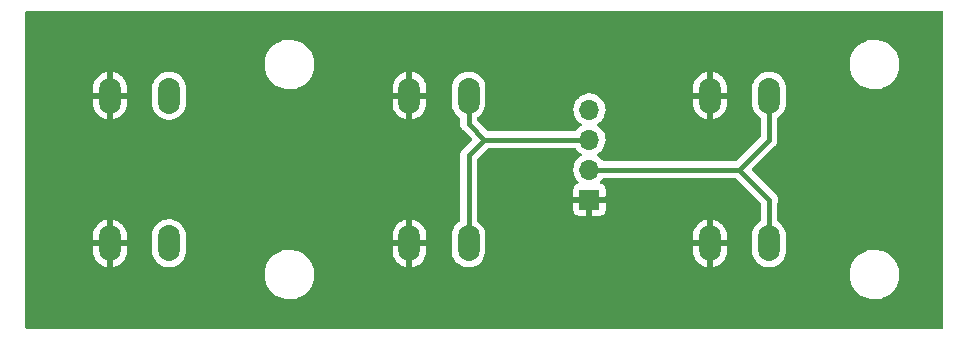
<source format=gbr>
%TF.GenerationSoftware,KiCad,Pcbnew,(6.0.2)*%
%TF.CreationDate,2022-03-25T16:36:57-07:00*%
%TF.ProjectId,buttons,62757474-6f6e-4732-9e6b-696361645f70,rev?*%
%TF.SameCoordinates,Original*%
%TF.FileFunction,Copper,L1,Top*%
%TF.FilePolarity,Positive*%
%FSLAX46Y46*%
G04 Gerber Fmt 4.6, Leading zero omitted, Abs format (unit mm)*
G04 Created by KiCad (PCBNEW (6.0.2)) date 2022-03-25 16:36:57*
%MOMM*%
%LPD*%
G01*
G04 APERTURE LIST*
%TA.AperFunction,ComponentPad*%
%ADD10O,1.850000X3.048000*%
%TD*%
%TA.AperFunction,ComponentPad*%
%ADD11R,1.700000X1.700000*%
%TD*%
%TA.AperFunction,ComponentPad*%
%ADD12O,1.700000X1.700000*%
%TD*%
%TA.AperFunction,Conductor*%
%ADD13C,0.406400*%
%TD*%
G04 APERTURE END LIST*
D10*
%TO.P,SW1,1,1*%
%TO.N,GND*%
X177840000Y-86250000D03*
X177840000Y-73750000D03*
%TO.P,SW1,2,2*%
%TO.N,/B1*%
X182840000Y-73750000D03*
X182840000Y-86250000D03*
%TD*%
%TO.P,SW3,1,1*%
%TO.N,GND*%
X127040000Y-86250000D03*
X127040000Y-73750000D03*
%TO.P,SW3,2,2*%
%TO.N,/B3*%
X132040000Y-86250000D03*
X132040000Y-73750000D03*
%TD*%
%TO.P,SW2,1,1*%
%TO.N,GND*%
X152400000Y-86250000D03*
X152400000Y-73750000D03*
%TO.P,SW2,2,2*%
%TO.N,/B2*%
X157400000Y-73750000D03*
X157400000Y-86250000D03*
%TD*%
D11*
%TO.P,J1,1,Pin_1*%
%TO.N,GND*%
X167640000Y-82550000D03*
D12*
%TO.P,J1,2,Pin_2*%
%TO.N,/B1*%
X167640000Y-80010000D03*
%TO.P,J1,3,Pin_3*%
%TO.N,/B2*%
X167640000Y-77470000D03*
%TO.P,J1,4,Pin_4*%
%TO.N,/B3*%
X167640000Y-74930000D03*
%TD*%
D13*
%TO.N,/B2*%
X158750000Y-77470000D02*
X167640000Y-77470000D01*
X157400000Y-78820000D02*
X158750000Y-77470000D01*
X157400000Y-86250000D02*
X157400000Y-78820000D01*
X157400000Y-76120000D02*
X157400000Y-73750000D01*
X158750000Y-77470000D02*
X157400000Y-76120000D01*
%TO.N,/B1*%
X182840000Y-77510000D02*
X180340000Y-80010000D01*
X182840000Y-73750000D02*
X182840000Y-77510000D01*
X182840000Y-82590000D02*
X182840000Y-86250000D01*
X182880000Y-82550000D02*
X182840000Y-82590000D01*
X180340000Y-80010000D02*
X182880000Y-82550000D01*
X167640000Y-80010000D02*
X180340000Y-80010000D01*
%TD*%
%TA.AperFunction,Conductor*%
%TO.N,GND*%
G36*
X197554121Y-66568002D02*
G01*
X197600614Y-66621658D01*
X197612000Y-66674000D01*
X197612000Y-93346000D01*
X197591998Y-93414121D01*
X197538342Y-93460614D01*
X197486000Y-93472000D01*
X120014000Y-93472000D01*
X119945879Y-93451998D01*
X119899386Y-93398342D01*
X119888000Y-93346000D01*
X119888000Y-89032703D01*
X140130743Y-89032703D01*
X140168268Y-89317734D01*
X140244129Y-89595036D01*
X140356923Y-89859476D01*
X140504561Y-90106161D01*
X140684313Y-90330528D01*
X140892851Y-90528423D01*
X141126317Y-90696186D01*
X141130112Y-90698195D01*
X141130113Y-90698196D01*
X141151869Y-90709715D01*
X141380392Y-90830712D01*
X141650373Y-90929511D01*
X141931264Y-90990755D01*
X141959841Y-90993004D01*
X142154282Y-91008307D01*
X142154291Y-91008307D01*
X142156739Y-91008500D01*
X142312271Y-91008500D01*
X142314407Y-91008354D01*
X142314418Y-91008354D01*
X142522548Y-90994165D01*
X142522554Y-90994164D01*
X142526825Y-90993873D01*
X142531020Y-90993004D01*
X142531022Y-90993004D01*
X142667584Y-90964723D01*
X142808342Y-90935574D01*
X143079343Y-90839607D01*
X143334812Y-90707750D01*
X143338313Y-90705289D01*
X143338317Y-90705287D01*
X143452418Y-90625095D01*
X143570023Y-90542441D01*
X143780622Y-90346740D01*
X143962713Y-90124268D01*
X144112927Y-89879142D01*
X144228483Y-89615898D01*
X144307244Y-89339406D01*
X144347751Y-89054784D01*
X144347845Y-89036951D01*
X144347867Y-89032703D01*
X189660743Y-89032703D01*
X189698268Y-89317734D01*
X189774129Y-89595036D01*
X189886923Y-89859476D01*
X190034561Y-90106161D01*
X190214313Y-90330528D01*
X190422851Y-90528423D01*
X190656317Y-90696186D01*
X190660112Y-90698195D01*
X190660113Y-90698196D01*
X190681869Y-90709715D01*
X190910392Y-90830712D01*
X191180373Y-90929511D01*
X191461264Y-90990755D01*
X191489841Y-90993004D01*
X191684282Y-91008307D01*
X191684291Y-91008307D01*
X191686739Y-91008500D01*
X191842271Y-91008500D01*
X191844407Y-91008354D01*
X191844418Y-91008354D01*
X192052548Y-90994165D01*
X192052554Y-90994164D01*
X192056825Y-90993873D01*
X192061020Y-90993004D01*
X192061022Y-90993004D01*
X192197584Y-90964723D01*
X192338342Y-90935574D01*
X192609343Y-90839607D01*
X192864812Y-90707750D01*
X192868313Y-90705289D01*
X192868317Y-90705287D01*
X192982418Y-90625095D01*
X193100023Y-90542441D01*
X193310622Y-90346740D01*
X193492713Y-90124268D01*
X193642927Y-89879142D01*
X193758483Y-89615898D01*
X193837244Y-89339406D01*
X193877751Y-89054784D01*
X193877845Y-89036951D01*
X193879235Y-88771583D01*
X193879235Y-88771576D01*
X193879257Y-88767297D01*
X193841732Y-88482266D01*
X193765871Y-88204964D01*
X193705348Y-88063070D01*
X193654763Y-87944476D01*
X193654761Y-87944472D01*
X193653077Y-87940524D01*
X193538834Y-87749638D01*
X193507643Y-87697521D01*
X193507640Y-87697517D01*
X193505439Y-87693839D01*
X193325687Y-87469472D01*
X193155044Y-87307538D01*
X193120258Y-87274527D01*
X193120255Y-87274525D01*
X193117149Y-87271577D01*
X192883683Y-87103814D01*
X192861843Y-87092250D01*
X192836226Y-87078687D01*
X192629608Y-86969288D01*
X192464199Y-86908757D01*
X192363658Y-86871964D01*
X192363656Y-86871963D01*
X192359627Y-86870489D01*
X192078736Y-86809245D01*
X192047685Y-86806801D01*
X191855718Y-86791693D01*
X191855709Y-86791693D01*
X191853261Y-86791500D01*
X191697729Y-86791500D01*
X191695593Y-86791646D01*
X191695582Y-86791646D01*
X191487452Y-86805835D01*
X191487446Y-86805836D01*
X191483175Y-86806127D01*
X191478980Y-86806996D01*
X191478978Y-86806996D01*
X191342416Y-86835277D01*
X191201658Y-86864426D01*
X190930657Y-86960393D01*
X190675188Y-87092250D01*
X190671687Y-87094711D01*
X190671683Y-87094713D01*
X190630702Y-87123515D01*
X190439977Y-87257559D01*
X190229378Y-87453260D01*
X190047287Y-87675732D01*
X189897073Y-87920858D01*
X189895347Y-87924791D01*
X189895346Y-87924792D01*
X189894049Y-87927747D01*
X189781517Y-88184102D01*
X189780342Y-88188229D01*
X189780341Y-88188230D01*
X189754165Y-88280123D01*
X189702756Y-88460594D01*
X189662249Y-88745216D01*
X189662227Y-88749505D01*
X189662226Y-88749512D01*
X189660765Y-89028417D01*
X189660743Y-89032703D01*
X144347867Y-89032703D01*
X144349235Y-88771583D01*
X144349235Y-88771576D01*
X144349257Y-88767297D01*
X144311732Y-88482266D01*
X144235871Y-88204964D01*
X144175348Y-88063070D01*
X144124763Y-87944476D01*
X144124761Y-87944472D01*
X144123077Y-87940524D01*
X144008834Y-87749638D01*
X143977643Y-87697521D01*
X143977640Y-87697517D01*
X143975439Y-87693839D01*
X143795687Y-87469472D01*
X143625044Y-87307538D01*
X143590258Y-87274527D01*
X143590255Y-87274525D01*
X143587149Y-87271577D01*
X143353683Y-87103814D01*
X143331843Y-87092250D01*
X143306226Y-87078687D01*
X143099608Y-86969288D01*
X142934199Y-86908757D01*
X142927061Y-86906145D01*
X150967000Y-86906145D01*
X150967212Y-86911318D01*
X150980973Y-87078687D01*
X150982658Y-87088867D01*
X151037544Y-87307377D01*
X151040864Y-87317128D01*
X151130704Y-87523749D01*
X151135570Y-87532824D01*
X151257948Y-87721990D01*
X151264240Y-87730161D01*
X151415869Y-87896800D01*
X151423402Y-87903825D01*
X151600218Y-88043466D01*
X151608791Y-88049162D01*
X151806045Y-88158052D01*
X151815440Y-88162273D01*
X152027820Y-88237481D01*
X152037783Y-88240113D01*
X152128163Y-88256212D01*
X152141460Y-88254752D01*
X152145508Y-88241774D01*
X152654000Y-88241774D01*
X152657918Y-88255118D01*
X152672194Y-88257105D01*
X152728121Y-88248547D01*
X152738146Y-88246159D01*
X152952295Y-88176164D01*
X152961804Y-88172167D01*
X153161640Y-88068139D01*
X153170365Y-88062645D01*
X153350532Y-87927372D01*
X153358239Y-87920529D01*
X153513896Y-87757644D01*
X153520379Y-87749638D01*
X153647343Y-87563515D01*
X153652432Y-87554556D01*
X153747294Y-87350193D01*
X153750851Y-87340525D01*
X153811060Y-87123420D01*
X153812991Y-87113301D01*
X153832644Y-86929405D01*
X153833000Y-86922713D01*
X153833000Y-86908757D01*
X155966500Y-86908757D01*
X155966711Y-86911318D01*
X155966712Y-86911341D01*
X155980478Y-87078779D01*
X155980479Y-87078785D01*
X155980902Y-87083930D01*
X156038327Y-87312551D01*
X156132322Y-87528723D01*
X156260360Y-87726641D01*
X156263839Y-87730464D01*
X156263841Y-87730467D01*
X156288858Y-87757960D01*
X156419005Y-87900989D01*
X156423056Y-87904188D01*
X156423060Y-87904192D01*
X156599939Y-88043883D01*
X156599943Y-88043885D01*
X156603994Y-88047085D01*
X156810361Y-88161005D01*
X156815230Y-88162729D01*
X156815234Y-88162731D01*
X157027689Y-88237965D01*
X157027693Y-88237966D01*
X157032564Y-88239691D01*
X157037657Y-88240598D01*
X157037660Y-88240599D01*
X157259544Y-88280123D01*
X157259550Y-88280124D01*
X157264633Y-88281029D01*
X157355477Y-88282139D01*
X157495170Y-88283846D01*
X157495172Y-88283846D01*
X157500339Y-88283909D01*
X157733349Y-88248253D01*
X157957407Y-88175020D01*
X158166496Y-88066175D01*
X158170629Y-88063072D01*
X158170632Y-88063070D01*
X158350865Y-87927747D01*
X158350868Y-87927745D01*
X158355000Y-87924642D01*
X158517857Y-87754223D01*
X158650693Y-87559492D01*
X158652869Y-87554805D01*
X158747764Y-87350372D01*
X158747766Y-87350367D01*
X158749941Y-87345681D01*
X158812935Y-87118532D01*
X158828885Y-86969288D01*
X158833144Y-86929437D01*
X158833144Y-86929429D01*
X158833500Y-86926102D01*
X158833500Y-86906145D01*
X176407000Y-86906145D01*
X176407212Y-86911318D01*
X176420973Y-87078687D01*
X176422658Y-87088867D01*
X176477544Y-87307377D01*
X176480864Y-87317128D01*
X176570704Y-87523749D01*
X176575570Y-87532824D01*
X176697948Y-87721990D01*
X176704240Y-87730161D01*
X176855869Y-87896800D01*
X176863402Y-87903825D01*
X177040218Y-88043466D01*
X177048791Y-88049162D01*
X177246045Y-88158052D01*
X177255440Y-88162273D01*
X177467820Y-88237481D01*
X177477783Y-88240113D01*
X177568163Y-88256212D01*
X177581460Y-88254752D01*
X177585508Y-88241774D01*
X178094000Y-88241774D01*
X178097918Y-88255118D01*
X178112194Y-88257105D01*
X178168121Y-88248547D01*
X178178146Y-88246159D01*
X178392295Y-88176164D01*
X178401804Y-88172167D01*
X178601640Y-88068139D01*
X178610365Y-88062645D01*
X178790532Y-87927372D01*
X178798239Y-87920529D01*
X178953896Y-87757644D01*
X178960379Y-87749638D01*
X179087343Y-87563515D01*
X179092432Y-87554556D01*
X179187294Y-87350193D01*
X179190851Y-87340525D01*
X179251060Y-87123420D01*
X179252991Y-87113301D01*
X179272644Y-86929405D01*
X179273000Y-86922713D01*
X179273000Y-86522115D01*
X179268525Y-86506876D01*
X179267135Y-86505671D01*
X179259452Y-86504000D01*
X178112115Y-86504000D01*
X178096876Y-86508475D01*
X178095671Y-86509865D01*
X178094000Y-86517548D01*
X178094000Y-88241774D01*
X177585508Y-88241774D01*
X177586000Y-88240197D01*
X177586000Y-86522115D01*
X177581525Y-86506876D01*
X177580135Y-86505671D01*
X177572452Y-86504000D01*
X176425115Y-86504000D01*
X176409876Y-86508475D01*
X176408671Y-86509865D01*
X176407000Y-86517548D01*
X176407000Y-86906145D01*
X158833500Y-86906145D01*
X158833500Y-85977885D01*
X176407000Y-85977885D01*
X176411475Y-85993124D01*
X176412865Y-85994329D01*
X176420548Y-85996000D01*
X177567885Y-85996000D01*
X177583124Y-85991525D01*
X177584329Y-85990135D01*
X177586000Y-85982452D01*
X177586000Y-85977885D01*
X178094000Y-85977885D01*
X178098475Y-85993124D01*
X178099865Y-85994329D01*
X178107548Y-85996000D01*
X179254885Y-85996000D01*
X179270124Y-85991525D01*
X179271329Y-85990135D01*
X179273000Y-85982452D01*
X179273000Y-85593855D01*
X179272788Y-85588682D01*
X179259027Y-85421313D01*
X179257342Y-85411133D01*
X179202456Y-85192623D01*
X179199136Y-85182872D01*
X179109296Y-84976251D01*
X179104430Y-84967176D01*
X178982052Y-84778010D01*
X178975760Y-84769839D01*
X178824131Y-84603200D01*
X178816598Y-84596175D01*
X178639782Y-84456534D01*
X178631209Y-84450838D01*
X178433955Y-84341948D01*
X178424560Y-84337727D01*
X178212180Y-84262519D01*
X178202217Y-84259887D01*
X178111837Y-84243788D01*
X178098540Y-84245248D01*
X178094000Y-84259803D01*
X178094000Y-85977885D01*
X177586000Y-85977885D01*
X177586000Y-84258226D01*
X177582082Y-84244882D01*
X177567806Y-84242895D01*
X177511879Y-84251453D01*
X177501854Y-84253841D01*
X177287705Y-84323836D01*
X177278196Y-84327833D01*
X177078360Y-84431861D01*
X177069635Y-84437355D01*
X176889468Y-84572628D01*
X176881761Y-84579471D01*
X176726104Y-84742356D01*
X176719621Y-84750362D01*
X176592657Y-84936485D01*
X176587568Y-84945444D01*
X176492706Y-85149807D01*
X176489149Y-85159475D01*
X176428940Y-85376580D01*
X176427009Y-85386699D01*
X176407356Y-85570595D01*
X176407000Y-85577287D01*
X176407000Y-85977885D01*
X158833500Y-85977885D01*
X158833500Y-85591243D01*
X158832074Y-85573898D01*
X158819522Y-85421221D01*
X158819521Y-85421215D01*
X158819098Y-85416070D01*
X158761673Y-85187449D01*
X158667678Y-84971277D01*
X158539640Y-84773359D01*
X158518715Y-84750362D01*
X158384473Y-84602833D01*
X158384471Y-84602832D01*
X158380995Y-84599011D01*
X158376944Y-84595812D01*
X158376940Y-84595808D01*
X158200061Y-84456117D01*
X158200057Y-84456115D01*
X158196006Y-84452915D01*
X158176806Y-84442316D01*
X158126837Y-84391886D01*
X158111700Y-84332008D01*
X158111700Y-83444669D01*
X166282001Y-83444669D01*
X166282371Y-83451490D01*
X166287895Y-83502352D01*
X166291521Y-83517604D01*
X166336676Y-83638054D01*
X166345214Y-83653649D01*
X166421715Y-83755724D01*
X166434276Y-83768285D01*
X166536351Y-83844786D01*
X166551946Y-83853324D01*
X166672394Y-83898478D01*
X166687649Y-83902105D01*
X166738514Y-83907631D01*
X166745328Y-83908000D01*
X167367885Y-83908000D01*
X167383124Y-83903525D01*
X167384329Y-83902135D01*
X167386000Y-83894452D01*
X167386000Y-83889884D01*
X167894000Y-83889884D01*
X167898475Y-83905123D01*
X167899865Y-83906328D01*
X167907548Y-83907999D01*
X168534669Y-83907999D01*
X168541490Y-83907629D01*
X168592352Y-83902105D01*
X168607604Y-83898479D01*
X168728054Y-83853324D01*
X168743649Y-83844786D01*
X168845724Y-83768285D01*
X168858285Y-83755724D01*
X168934786Y-83653649D01*
X168943324Y-83638054D01*
X168988478Y-83517606D01*
X168992105Y-83502351D01*
X168997631Y-83451486D01*
X168998000Y-83444672D01*
X168998000Y-82822115D01*
X168993525Y-82806876D01*
X168992135Y-82805671D01*
X168984452Y-82804000D01*
X167912115Y-82804000D01*
X167896876Y-82808475D01*
X167895671Y-82809865D01*
X167894000Y-82817548D01*
X167894000Y-83889884D01*
X167386000Y-83889884D01*
X167386000Y-82822115D01*
X167381525Y-82806876D01*
X167380135Y-82805671D01*
X167372452Y-82804000D01*
X166300116Y-82804000D01*
X166284877Y-82808475D01*
X166283672Y-82809865D01*
X166282001Y-82817548D01*
X166282001Y-83444669D01*
X158111700Y-83444669D01*
X158111700Y-79166986D01*
X158131702Y-79098865D01*
X158148605Y-79077890D01*
X159007892Y-78218604D01*
X159070204Y-78184579D01*
X159096987Y-78181700D01*
X166412195Y-78181700D01*
X166480316Y-78201702D01*
X166519628Y-78241865D01*
X166539987Y-78275088D01*
X166686250Y-78443938D01*
X166858126Y-78586632D01*
X166907247Y-78615336D01*
X166931445Y-78629476D01*
X166980169Y-78681114D01*
X166993240Y-78750897D01*
X166966509Y-78816669D01*
X166926055Y-78850027D01*
X166913607Y-78856507D01*
X166909474Y-78859610D01*
X166909471Y-78859612D01*
X166885247Y-78877800D01*
X166734965Y-78990635D01*
X166580629Y-79152138D01*
X166454743Y-79336680D01*
X166360688Y-79539305D01*
X166300989Y-79754570D01*
X166277251Y-79976695D01*
X166277548Y-79981848D01*
X166277548Y-79981851D01*
X166284308Y-80099095D01*
X166290110Y-80199715D01*
X166291247Y-80204761D01*
X166291248Y-80204767D01*
X166315304Y-80311508D01*
X166339222Y-80417639D01*
X166423266Y-80624616D01*
X166425965Y-80629020D01*
X166488168Y-80730526D01*
X166539987Y-80815088D01*
X166686250Y-80983938D01*
X166690225Y-80987238D01*
X166690231Y-80987244D01*
X166695425Y-80991556D01*
X166735059Y-81050460D01*
X166736555Y-81121441D01*
X166699439Y-81181962D01*
X166659168Y-81206480D01*
X166551946Y-81246676D01*
X166536351Y-81255214D01*
X166434276Y-81331715D01*
X166421715Y-81344276D01*
X166345214Y-81446351D01*
X166336676Y-81461946D01*
X166291522Y-81582394D01*
X166287895Y-81597649D01*
X166282369Y-81648514D01*
X166282000Y-81655328D01*
X166282000Y-82277885D01*
X166286475Y-82293124D01*
X166287865Y-82294329D01*
X166295548Y-82296000D01*
X168979884Y-82296000D01*
X168995123Y-82291525D01*
X168996328Y-82290135D01*
X168997999Y-82282452D01*
X168997999Y-81655331D01*
X168997629Y-81648510D01*
X168992105Y-81597648D01*
X168988479Y-81582396D01*
X168943324Y-81461946D01*
X168934786Y-81446351D01*
X168858285Y-81344276D01*
X168845724Y-81331715D01*
X168743649Y-81255214D01*
X168728054Y-81246676D01*
X168617813Y-81205348D01*
X168561049Y-81162706D01*
X168536349Y-81096145D01*
X168551557Y-81026796D01*
X168573104Y-80998115D01*
X168674430Y-80897144D01*
X168674440Y-80897132D01*
X168678096Y-80893489D01*
X168734433Y-80815088D01*
X168763832Y-80774174D01*
X168819827Y-80730526D01*
X168866155Y-80721700D01*
X179993015Y-80721700D01*
X180061136Y-80741702D01*
X180082110Y-80758605D01*
X182091395Y-82767891D01*
X182125421Y-82830203D01*
X182128300Y-82856986D01*
X182128300Y-84330263D01*
X182108298Y-84398384D01*
X182073089Y-84433272D01*
X182073504Y-84433825D01*
X182069371Y-84436928D01*
X182069368Y-84436930D01*
X182043258Y-84456534D01*
X181885000Y-84575358D01*
X181722143Y-84745777D01*
X181589307Y-84940508D01*
X181587133Y-84945192D01*
X181587131Y-84945195D01*
X181572716Y-84976251D01*
X181490059Y-85154319D01*
X181427065Y-85381468D01*
X181406500Y-85573898D01*
X181406500Y-86908757D01*
X181406711Y-86911318D01*
X181406712Y-86911341D01*
X181420478Y-87078779D01*
X181420479Y-87078785D01*
X181420902Y-87083930D01*
X181478327Y-87312551D01*
X181572322Y-87528723D01*
X181700360Y-87726641D01*
X181703839Y-87730464D01*
X181703841Y-87730467D01*
X181728858Y-87757960D01*
X181859005Y-87900989D01*
X181863056Y-87904188D01*
X181863060Y-87904192D01*
X182039939Y-88043883D01*
X182039943Y-88043885D01*
X182043994Y-88047085D01*
X182250361Y-88161005D01*
X182255230Y-88162729D01*
X182255234Y-88162731D01*
X182467689Y-88237965D01*
X182467693Y-88237966D01*
X182472564Y-88239691D01*
X182477657Y-88240598D01*
X182477660Y-88240599D01*
X182699544Y-88280123D01*
X182699550Y-88280124D01*
X182704633Y-88281029D01*
X182795477Y-88282139D01*
X182935170Y-88283846D01*
X182935172Y-88283846D01*
X182940339Y-88283909D01*
X183173349Y-88248253D01*
X183397407Y-88175020D01*
X183606496Y-88066175D01*
X183610629Y-88063072D01*
X183610632Y-88063070D01*
X183790865Y-87927747D01*
X183790868Y-87927745D01*
X183795000Y-87924642D01*
X183957857Y-87754223D01*
X184090693Y-87559492D01*
X184092869Y-87554805D01*
X184187764Y-87350372D01*
X184187766Y-87350367D01*
X184189941Y-87345681D01*
X184252935Y-87118532D01*
X184268885Y-86969288D01*
X184273144Y-86929437D01*
X184273144Y-86929429D01*
X184273500Y-86926102D01*
X184273500Y-85591243D01*
X184272074Y-85573898D01*
X184259522Y-85421221D01*
X184259521Y-85421215D01*
X184259098Y-85416070D01*
X184201673Y-85187449D01*
X184107678Y-84971277D01*
X183979640Y-84773359D01*
X183958715Y-84750362D01*
X183824473Y-84602833D01*
X183824471Y-84602832D01*
X183820995Y-84599011D01*
X183816944Y-84595812D01*
X183816940Y-84595808D01*
X183640061Y-84456117D01*
X183640057Y-84456115D01*
X183636006Y-84452915D01*
X183616806Y-84442316D01*
X183566837Y-84391886D01*
X183551700Y-84332008D01*
X183551700Y-82819024D01*
X183560304Y-82779058D01*
X183558722Y-82778562D01*
X183560992Y-82771317D01*
X183564120Y-82764390D01*
X183570210Y-82731528D01*
X183574065Y-82716182D01*
X183581919Y-82691574D01*
X183581919Y-82691571D01*
X183584228Y-82684338D01*
X183586801Y-82646600D01*
X183588619Y-82632210D01*
X183594128Y-82602485D01*
X183594128Y-82602482D01*
X183595512Y-82595016D01*
X183593588Y-82561646D01*
X183593671Y-82545826D01*
X183595428Y-82520056D01*
X183595945Y-82512478D01*
X183594639Y-82504998D01*
X183594639Y-82504992D01*
X183589442Y-82475220D01*
X183587774Y-82460807D01*
X183586034Y-82430628D01*
X183585597Y-82423043D01*
X183583364Y-82415785D01*
X183583363Y-82415779D01*
X183575767Y-82391088D01*
X183572074Y-82375706D01*
X183567634Y-82350269D01*
X183567632Y-82350263D01*
X183566327Y-82342785D01*
X183563276Y-82335835D01*
X183563275Y-82335831D01*
X183551129Y-82308162D01*
X183546072Y-82294565D01*
X183534946Y-82258399D01*
X183517768Y-82229697D01*
X183510518Y-82215648D01*
X183500143Y-82192013D01*
X183500142Y-82192012D01*
X183497088Y-82185054D01*
X183474067Y-82155052D01*
X183465914Y-82143055D01*
X183450386Y-82117110D01*
X183446484Y-82110590D01*
X183418129Y-82081937D01*
X183417195Y-82080935D01*
X183416420Y-82079924D01*
X183389690Y-82053194D01*
X183389224Y-82052727D01*
X183328425Y-81991287D01*
X183328419Y-81991282D01*
X183325318Y-81988148D01*
X183323984Y-81987331D01*
X183322539Y-81986043D01*
X181435591Y-80099095D01*
X181401565Y-80036783D01*
X181406630Y-79965968D01*
X181435591Y-79920905D01*
X183322716Y-78033780D01*
X183328982Y-78027926D01*
X183367059Y-77994710D01*
X183367061Y-77994708D01*
X183372781Y-77989718D01*
X183409691Y-77937199D01*
X183413625Y-77931902D01*
X183448546Y-77887366D01*
X183448550Y-77887360D01*
X183453233Y-77881387D01*
X183456358Y-77874466D01*
X183457572Y-77872461D01*
X183466342Y-77857087D01*
X183467460Y-77855001D01*
X183471830Y-77848784D01*
X183495149Y-77788974D01*
X183497705Y-77782892D01*
X183524120Y-77724390D01*
X183525504Y-77716921D01*
X183526212Y-77714663D01*
X183531062Y-77697634D01*
X183531643Y-77695370D01*
X183534403Y-77688292D01*
X183542786Y-77624621D01*
X183543812Y-77618146D01*
X183555512Y-77555016D01*
X183551909Y-77492529D01*
X183551700Y-77485277D01*
X183551700Y-75669737D01*
X183571702Y-75601616D01*
X183606911Y-75566728D01*
X183606496Y-75566175D01*
X183610512Y-75563160D01*
X183610513Y-75563159D01*
X183610629Y-75563072D01*
X183610632Y-75563070D01*
X183790865Y-75427747D01*
X183790868Y-75427745D01*
X183795000Y-75424642D01*
X183957857Y-75254223D01*
X184090693Y-75059492D01*
X184092869Y-75054805D01*
X184187764Y-74850372D01*
X184187766Y-74850367D01*
X184189941Y-74845681D01*
X184252935Y-74618532D01*
X184269952Y-74459305D01*
X184273144Y-74429437D01*
X184273144Y-74429429D01*
X184273500Y-74426102D01*
X184273500Y-73091243D01*
X184272074Y-73073898D01*
X184259522Y-72921221D01*
X184259521Y-72921215D01*
X184259098Y-72916070D01*
X184201673Y-72687449D01*
X184107678Y-72471277D01*
X183979640Y-72273359D01*
X183958715Y-72250362D01*
X183824473Y-72102833D01*
X183824471Y-72102832D01*
X183820995Y-72099011D01*
X183816944Y-72095812D01*
X183816940Y-72095808D01*
X183640061Y-71956117D01*
X183640057Y-71956115D01*
X183636006Y-71952915D01*
X183429639Y-71838995D01*
X183424770Y-71837271D01*
X183424766Y-71837269D01*
X183212311Y-71762035D01*
X183212307Y-71762034D01*
X183207436Y-71760309D01*
X183202343Y-71759402D01*
X183202340Y-71759401D01*
X182980456Y-71719877D01*
X182980450Y-71719876D01*
X182975367Y-71718971D01*
X182884523Y-71717861D01*
X182744830Y-71716154D01*
X182744828Y-71716154D01*
X182739661Y-71716091D01*
X182506651Y-71751747D01*
X182282593Y-71824980D01*
X182073504Y-71933825D01*
X182069371Y-71936928D01*
X182069368Y-71936930D01*
X182043258Y-71956534D01*
X181885000Y-72075358D01*
X181722143Y-72245777D01*
X181589307Y-72440508D01*
X181587133Y-72445192D01*
X181587131Y-72445195D01*
X181530712Y-72566740D01*
X181490059Y-72654319D01*
X181427065Y-72881468D01*
X181426516Y-72886605D01*
X181409193Y-73048701D01*
X181406500Y-73073898D01*
X181406500Y-74408757D01*
X181406711Y-74411318D01*
X181406712Y-74411341D01*
X181420478Y-74578779D01*
X181420479Y-74578785D01*
X181420902Y-74583930D01*
X181478327Y-74812551D01*
X181572322Y-75028723D01*
X181700360Y-75226641D01*
X181703839Y-75230464D01*
X181703841Y-75230467D01*
X181855193Y-75396800D01*
X181859005Y-75400989D01*
X181863056Y-75404188D01*
X181863060Y-75404192D01*
X182039939Y-75543883D01*
X182039943Y-75543885D01*
X182043994Y-75547085D01*
X182063194Y-75557684D01*
X182113163Y-75608114D01*
X182128300Y-75667992D01*
X182128300Y-77163015D01*
X182108298Y-77231136D01*
X182091395Y-77252110D01*
X180082109Y-79261395D01*
X180019797Y-79295421D01*
X179993014Y-79298300D01*
X168866215Y-79298300D01*
X168798094Y-79278298D01*
X168760423Y-79240740D01*
X168722822Y-79182617D01*
X168722820Y-79182614D01*
X168720014Y-79178277D01*
X168569670Y-79013051D01*
X168565619Y-79009852D01*
X168565615Y-79009848D01*
X168398414Y-78877800D01*
X168398410Y-78877798D01*
X168394359Y-78874598D01*
X168353053Y-78851796D01*
X168303084Y-78801364D01*
X168288312Y-78731921D01*
X168313428Y-78665516D01*
X168340780Y-78638909D01*
X168387465Y-78605609D01*
X168519860Y-78511173D01*
X168678096Y-78353489D01*
X168737594Y-78270689D01*
X168805435Y-78176277D01*
X168808453Y-78172077D01*
X168879697Y-78027926D01*
X168905136Y-77976453D01*
X168905137Y-77976451D01*
X168907430Y-77971811D01*
X168962980Y-77788974D01*
X168970865Y-77763023D01*
X168970865Y-77763021D01*
X168972370Y-77758069D01*
X169001529Y-77536590D01*
X169003156Y-77470000D01*
X168984852Y-77247361D01*
X168930431Y-77030702D01*
X168841354Y-76825840D01*
X168784721Y-76738298D01*
X168722822Y-76642617D01*
X168722820Y-76642614D01*
X168720014Y-76638277D01*
X168569670Y-76473051D01*
X168565619Y-76469852D01*
X168565615Y-76469848D01*
X168398414Y-76337800D01*
X168398410Y-76337798D01*
X168394359Y-76334598D01*
X168353053Y-76311796D01*
X168303084Y-76261364D01*
X168288312Y-76191921D01*
X168313428Y-76125516D01*
X168340780Y-76098909D01*
X168384603Y-76067650D01*
X168519860Y-75971173D01*
X168678096Y-75813489D01*
X168701376Y-75781092D01*
X168805435Y-75636277D01*
X168808453Y-75632077D01*
X168840751Y-75566728D01*
X168905136Y-75436453D01*
X168905137Y-75436451D01*
X168907430Y-75431811D01*
X168972370Y-75218069D01*
X169001529Y-74996590D01*
X169003156Y-74930000D01*
X168984852Y-74707361D01*
X168930431Y-74490702D01*
X168893664Y-74406145D01*
X176407000Y-74406145D01*
X176407212Y-74411318D01*
X176420973Y-74578687D01*
X176422658Y-74588867D01*
X176477544Y-74807377D01*
X176480864Y-74817128D01*
X176570704Y-75023749D01*
X176575570Y-75032824D01*
X176697948Y-75221990D01*
X176704240Y-75230161D01*
X176855869Y-75396800D01*
X176863402Y-75403825D01*
X177040218Y-75543466D01*
X177048791Y-75549162D01*
X177246045Y-75658052D01*
X177255440Y-75662273D01*
X177467820Y-75737481D01*
X177477783Y-75740113D01*
X177568163Y-75756212D01*
X177581460Y-75754752D01*
X177585508Y-75741774D01*
X178094000Y-75741774D01*
X178097918Y-75755118D01*
X178112194Y-75757105D01*
X178168121Y-75748547D01*
X178178146Y-75746159D01*
X178392295Y-75676164D01*
X178401804Y-75672167D01*
X178601640Y-75568139D01*
X178610365Y-75562645D01*
X178790532Y-75427372D01*
X178798239Y-75420529D01*
X178953896Y-75257644D01*
X178960379Y-75249638D01*
X179087343Y-75063515D01*
X179092432Y-75054556D01*
X179187294Y-74850193D01*
X179190851Y-74840525D01*
X179251060Y-74623420D01*
X179252991Y-74613301D01*
X179272644Y-74429405D01*
X179273000Y-74422713D01*
X179273000Y-74022115D01*
X179268525Y-74006876D01*
X179267135Y-74005671D01*
X179259452Y-74004000D01*
X178112115Y-74004000D01*
X178096876Y-74008475D01*
X178095671Y-74009865D01*
X178094000Y-74017548D01*
X178094000Y-75741774D01*
X177585508Y-75741774D01*
X177586000Y-75740197D01*
X177586000Y-74022115D01*
X177581525Y-74006876D01*
X177580135Y-74005671D01*
X177572452Y-74004000D01*
X176425115Y-74004000D01*
X176409876Y-74008475D01*
X176408671Y-74009865D01*
X176407000Y-74017548D01*
X176407000Y-74406145D01*
X168893664Y-74406145D01*
X168841354Y-74285840D01*
X168720014Y-74098277D01*
X168569670Y-73933051D01*
X168565619Y-73929852D01*
X168565615Y-73929848D01*
X168398414Y-73797800D01*
X168398410Y-73797798D01*
X168394359Y-73794598D01*
X168198789Y-73686638D01*
X168193920Y-73684914D01*
X168193916Y-73684912D01*
X167993087Y-73613795D01*
X167993083Y-73613794D01*
X167988212Y-73612069D01*
X167983119Y-73611162D01*
X167983116Y-73611161D01*
X167773373Y-73573800D01*
X167773367Y-73573799D01*
X167768284Y-73572894D01*
X167694452Y-73571992D01*
X167550081Y-73570228D01*
X167550079Y-73570228D01*
X167544911Y-73570165D01*
X167324091Y-73603955D01*
X167111756Y-73673357D01*
X166913607Y-73776507D01*
X166909474Y-73779610D01*
X166909471Y-73779612D01*
X166885247Y-73797800D01*
X166734965Y-73910635D01*
X166731393Y-73914373D01*
X166640139Y-74009865D01*
X166580629Y-74072138D01*
X166454743Y-74256680D01*
X166439003Y-74290590D01*
X166377659Y-74422745D01*
X166360688Y-74459305D01*
X166300989Y-74674570D01*
X166277251Y-74896695D01*
X166277548Y-74901848D01*
X166277548Y-74901851D01*
X166289812Y-75114547D01*
X166290110Y-75119715D01*
X166291247Y-75124761D01*
X166291248Y-75124767D01*
X166311119Y-75212939D01*
X166339222Y-75337639D01*
X166423266Y-75544616D01*
X166539987Y-75735088D01*
X166686250Y-75903938D01*
X166858126Y-76046632D01*
X166928595Y-76087811D01*
X166931445Y-76089476D01*
X166980169Y-76141114D01*
X166993240Y-76210897D01*
X166966509Y-76276669D01*
X166926055Y-76310027D01*
X166913607Y-76316507D01*
X166909474Y-76319610D01*
X166909471Y-76319612D01*
X166739100Y-76447530D01*
X166734965Y-76450635D01*
X166580629Y-76612138D01*
X166518438Y-76703306D01*
X166463529Y-76748307D01*
X166414352Y-76758300D01*
X159096986Y-76758300D01*
X159028865Y-76738298D01*
X159007891Y-76721395D01*
X158148605Y-75862109D01*
X158114579Y-75799797D01*
X158111700Y-75773014D01*
X158111700Y-75669737D01*
X158131702Y-75601616D01*
X158166911Y-75566728D01*
X158166496Y-75566175D01*
X158170512Y-75563160D01*
X158170513Y-75563159D01*
X158170629Y-75563072D01*
X158170632Y-75563070D01*
X158350865Y-75427747D01*
X158350868Y-75427745D01*
X158355000Y-75424642D01*
X158517857Y-75254223D01*
X158650693Y-75059492D01*
X158652869Y-75054805D01*
X158747764Y-74850372D01*
X158747766Y-74850367D01*
X158749941Y-74845681D01*
X158812935Y-74618532D01*
X158829952Y-74459305D01*
X158833144Y-74429437D01*
X158833144Y-74429429D01*
X158833500Y-74426102D01*
X158833500Y-73477885D01*
X176407000Y-73477885D01*
X176411475Y-73493124D01*
X176412865Y-73494329D01*
X176420548Y-73496000D01*
X177567885Y-73496000D01*
X177583124Y-73491525D01*
X177584329Y-73490135D01*
X177586000Y-73482452D01*
X177586000Y-73477885D01*
X178094000Y-73477885D01*
X178098475Y-73493124D01*
X178099865Y-73494329D01*
X178107548Y-73496000D01*
X179254885Y-73496000D01*
X179270124Y-73491525D01*
X179271329Y-73490135D01*
X179273000Y-73482452D01*
X179273000Y-73093855D01*
X179272788Y-73088682D01*
X179259027Y-72921313D01*
X179257342Y-72911133D01*
X179202456Y-72692623D01*
X179199136Y-72682872D01*
X179109296Y-72476251D01*
X179104430Y-72467176D01*
X178982052Y-72278010D01*
X178975760Y-72269839D01*
X178824131Y-72103200D01*
X178816598Y-72096175D01*
X178639782Y-71956534D01*
X178631209Y-71950838D01*
X178433955Y-71841948D01*
X178424560Y-71837727D01*
X178212180Y-71762519D01*
X178202217Y-71759887D01*
X178111837Y-71743788D01*
X178098540Y-71745248D01*
X178094000Y-71759803D01*
X178094000Y-73477885D01*
X177586000Y-73477885D01*
X177586000Y-71758226D01*
X177582082Y-71744882D01*
X177567806Y-71742895D01*
X177511879Y-71751453D01*
X177501854Y-71753841D01*
X177287705Y-71823836D01*
X177278196Y-71827833D01*
X177078360Y-71931861D01*
X177069635Y-71937355D01*
X176889468Y-72072628D01*
X176881761Y-72079471D01*
X176726104Y-72242356D01*
X176719621Y-72250362D01*
X176592657Y-72436485D01*
X176587568Y-72445444D01*
X176492706Y-72649807D01*
X176489149Y-72659475D01*
X176428940Y-72876580D01*
X176427009Y-72886699D01*
X176407356Y-73070595D01*
X176407000Y-73077287D01*
X176407000Y-73477885D01*
X158833500Y-73477885D01*
X158833500Y-73091243D01*
X158832074Y-73073898D01*
X158819522Y-72921221D01*
X158819521Y-72921215D01*
X158819098Y-72916070D01*
X158761673Y-72687449D01*
X158667678Y-72471277D01*
X158539640Y-72273359D01*
X158518715Y-72250362D01*
X158384473Y-72102833D01*
X158384471Y-72102832D01*
X158380995Y-72099011D01*
X158376944Y-72095812D01*
X158376940Y-72095808D01*
X158200061Y-71956117D01*
X158200057Y-71956115D01*
X158196006Y-71952915D01*
X157989639Y-71838995D01*
X157984770Y-71837271D01*
X157984766Y-71837269D01*
X157772311Y-71762035D01*
X157772307Y-71762034D01*
X157767436Y-71760309D01*
X157762343Y-71759402D01*
X157762340Y-71759401D01*
X157540456Y-71719877D01*
X157540450Y-71719876D01*
X157535367Y-71718971D01*
X157444523Y-71717861D01*
X157304830Y-71716154D01*
X157304828Y-71716154D01*
X157299661Y-71716091D01*
X157066651Y-71751747D01*
X156842593Y-71824980D01*
X156633504Y-71933825D01*
X156629371Y-71936928D01*
X156629368Y-71936930D01*
X156603258Y-71956534D01*
X156445000Y-72075358D01*
X156282143Y-72245777D01*
X156149307Y-72440508D01*
X156147133Y-72445192D01*
X156147131Y-72445195D01*
X156090712Y-72566740D01*
X156050059Y-72654319D01*
X155987065Y-72881468D01*
X155986516Y-72886605D01*
X155969193Y-73048701D01*
X155966500Y-73073898D01*
X155966500Y-74408757D01*
X155966711Y-74411318D01*
X155966712Y-74411341D01*
X155980478Y-74578779D01*
X155980479Y-74578785D01*
X155980902Y-74583930D01*
X156038327Y-74812551D01*
X156132322Y-75028723D01*
X156260360Y-75226641D01*
X156263839Y-75230464D01*
X156263841Y-75230467D01*
X156415193Y-75396800D01*
X156419005Y-75400989D01*
X156423056Y-75404188D01*
X156423060Y-75404192D01*
X156599939Y-75543883D01*
X156599943Y-75543885D01*
X156603994Y-75547085D01*
X156623194Y-75557684D01*
X156673163Y-75608114D01*
X156688300Y-75667992D01*
X156688300Y-76090970D01*
X156688008Y-76099540D01*
X156685174Y-76141114D01*
X156684055Y-76157521D01*
X156685360Y-76164997D01*
X156685360Y-76165000D01*
X156695096Y-76220783D01*
X156696059Y-76227308D01*
X156703768Y-76291011D01*
X156706454Y-76298119D01*
X156707019Y-76300419D01*
X156711686Y-76317480D01*
X156712366Y-76319734D01*
X156713672Y-76327215D01*
X156716724Y-76334167D01*
X156739475Y-76385995D01*
X156741967Y-76392102D01*
X156764657Y-76452149D01*
X156768956Y-76458404D01*
X156770049Y-76460495D01*
X156778655Y-76475957D01*
X156779858Y-76477991D01*
X156782911Y-76484946D01*
X156787534Y-76490971D01*
X156787537Y-76490976D01*
X156821988Y-76535874D01*
X156825864Y-76541209D01*
X156857918Y-76587847D01*
X156857923Y-76587853D01*
X156862225Y-76594112D01*
X156867899Y-76599167D01*
X156908964Y-76635755D01*
X156914240Y-76640736D01*
X157654409Y-77380905D01*
X157688435Y-77443217D01*
X157683370Y-77514032D01*
X157654409Y-77559095D01*
X156917284Y-78296220D01*
X156911019Y-78302073D01*
X156867219Y-78340282D01*
X156838888Y-78380594D01*
X156830309Y-78392801D01*
X156826375Y-78398098D01*
X156791454Y-78442634D01*
X156791450Y-78442640D01*
X156786767Y-78448613D01*
X156783642Y-78455534D01*
X156782428Y-78457539D01*
X156773659Y-78472912D01*
X156772541Y-78474996D01*
X156768170Y-78481216D01*
X156765410Y-78488295D01*
X156765409Y-78488297D01*
X156744852Y-78541024D01*
X156742300Y-78547097D01*
X156715880Y-78605609D01*
X156714496Y-78613077D01*
X156713788Y-78615336D01*
X156708951Y-78632318D01*
X156708358Y-78634627D01*
X156705597Y-78641708D01*
X156704606Y-78649237D01*
X156704605Y-78649240D01*
X156697217Y-78705356D01*
X156696185Y-78711870D01*
X156688952Y-78750897D01*
X156684488Y-78774983D01*
X156684925Y-78782563D01*
X156684925Y-78782564D01*
X156688091Y-78837470D01*
X156688300Y-78844723D01*
X156688300Y-84330263D01*
X156668298Y-84398384D01*
X156633089Y-84433272D01*
X156633504Y-84433825D01*
X156629371Y-84436928D01*
X156629368Y-84436930D01*
X156603258Y-84456534D01*
X156445000Y-84575358D01*
X156282143Y-84745777D01*
X156149307Y-84940508D01*
X156147133Y-84945192D01*
X156147131Y-84945195D01*
X156132716Y-84976251D01*
X156050059Y-85154319D01*
X155987065Y-85381468D01*
X155966500Y-85573898D01*
X155966500Y-86908757D01*
X153833000Y-86908757D01*
X153833000Y-86522115D01*
X153828525Y-86506876D01*
X153827135Y-86505671D01*
X153819452Y-86504000D01*
X152672115Y-86504000D01*
X152656876Y-86508475D01*
X152655671Y-86509865D01*
X152654000Y-86517548D01*
X152654000Y-88241774D01*
X152145508Y-88241774D01*
X152146000Y-88240197D01*
X152146000Y-86522115D01*
X152141525Y-86506876D01*
X152140135Y-86505671D01*
X152132452Y-86504000D01*
X150985115Y-86504000D01*
X150969876Y-86508475D01*
X150968671Y-86509865D01*
X150967000Y-86517548D01*
X150967000Y-86906145D01*
X142927061Y-86906145D01*
X142833658Y-86871964D01*
X142833656Y-86871963D01*
X142829627Y-86870489D01*
X142548736Y-86809245D01*
X142517685Y-86806801D01*
X142325718Y-86791693D01*
X142325709Y-86791693D01*
X142323261Y-86791500D01*
X142167729Y-86791500D01*
X142165593Y-86791646D01*
X142165582Y-86791646D01*
X141957452Y-86805835D01*
X141957446Y-86805836D01*
X141953175Y-86806127D01*
X141948980Y-86806996D01*
X141948978Y-86806996D01*
X141812416Y-86835277D01*
X141671658Y-86864426D01*
X141400657Y-86960393D01*
X141145188Y-87092250D01*
X141141687Y-87094711D01*
X141141683Y-87094713D01*
X141100702Y-87123515D01*
X140909977Y-87257559D01*
X140699378Y-87453260D01*
X140517287Y-87675732D01*
X140367073Y-87920858D01*
X140365347Y-87924791D01*
X140365346Y-87924792D01*
X140364049Y-87927747D01*
X140251517Y-88184102D01*
X140250342Y-88188229D01*
X140250341Y-88188230D01*
X140224165Y-88280123D01*
X140172756Y-88460594D01*
X140132249Y-88745216D01*
X140132227Y-88749505D01*
X140132226Y-88749512D01*
X140130765Y-89028417D01*
X140130743Y-89032703D01*
X119888000Y-89032703D01*
X119888000Y-86906145D01*
X125607000Y-86906145D01*
X125607212Y-86911318D01*
X125620973Y-87078687D01*
X125622658Y-87088867D01*
X125677544Y-87307377D01*
X125680864Y-87317128D01*
X125770704Y-87523749D01*
X125775570Y-87532824D01*
X125897948Y-87721990D01*
X125904240Y-87730161D01*
X126055869Y-87896800D01*
X126063402Y-87903825D01*
X126240218Y-88043466D01*
X126248791Y-88049162D01*
X126446045Y-88158052D01*
X126455440Y-88162273D01*
X126667820Y-88237481D01*
X126677783Y-88240113D01*
X126768163Y-88256212D01*
X126781460Y-88254752D01*
X126785508Y-88241774D01*
X127294000Y-88241774D01*
X127297918Y-88255118D01*
X127312194Y-88257105D01*
X127368121Y-88248547D01*
X127378146Y-88246159D01*
X127592295Y-88176164D01*
X127601804Y-88172167D01*
X127801640Y-88068139D01*
X127810365Y-88062645D01*
X127990532Y-87927372D01*
X127998239Y-87920529D01*
X128153896Y-87757644D01*
X128160379Y-87749638D01*
X128287343Y-87563515D01*
X128292432Y-87554556D01*
X128387294Y-87350193D01*
X128390851Y-87340525D01*
X128451060Y-87123420D01*
X128452991Y-87113301D01*
X128472644Y-86929405D01*
X128473000Y-86922713D01*
X128473000Y-86908757D01*
X130606500Y-86908757D01*
X130606711Y-86911318D01*
X130606712Y-86911341D01*
X130620478Y-87078779D01*
X130620479Y-87078785D01*
X130620902Y-87083930D01*
X130678327Y-87312551D01*
X130772322Y-87528723D01*
X130900360Y-87726641D01*
X130903839Y-87730464D01*
X130903841Y-87730467D01*
X130928858Y-87757960D01*
X131059005Y-87900989D01*
X131063056Y-87904188D01*
X131063060Y-87904192D01*
X131239939Y-88043883D01*
X131239943Y-88043885D01*
X131243994Y-88047085D01*
X131450361Y-88161005D01*
X131455230Y-88162729D01*
X131455234Y-88162731D01*
X131667689Y-88237965D01*
X131667693Y-88237966D01*
X131672564Y-88239691D01*
X131677657Y-88240598D01*
X131677660Y-88240599D01*
X131899544Y-88280123D01*
X131899550Y-88280124D01*
X131904633Y-88281029D01*
X131995477Y-88282139D01*
X132135170Y-88283846D01*
X132135172Y-88283846D01*
X132140339Y-88283909D01*
X132373349Y-88248253D01*
X132597407Y-88175020D01*
X132806496Y-88066175D01*
X132810629Y-88063072D01*
X132810632Y-88063070D01*
X132990865Y-87927747D01*
X132990868Y-87927745D01*
X132995000Y-87924642D01*
X133157857Y-87754223D01*
X133290693Y-87559492D01*
X133292869Y-87554805D01*
X133387764Y-87350372D01*
X133387766Y-87350367D01*
X133389941Y-87345681D01*
X133452935Y-87118532D01*
X133468885Y-86969288D01*
X133473144Y-86929437D01*
X133473144Y-86929429D01*
X133473500Y-86926102D01*
X133473500Y-85977885D01*
X150967000Y-85977885D01*
X150971475Y-85993124D01*
X150972865Y-85994329D01*
X150980548Y-85996000D01*
X152127885Y-85996000D01*
X152143124Y-85991525D01*
X152144329Y-85990135D01*
X152146000Y-85982452D01*
X152146000Y-85977885D01*
X152654000Y-85977885D01*
X152658475Y-85993124D01*
X152659865Y-85994329D01*
X152667548Y-85996000D01*
X153814885Y-85996000D01*
X153830124Y-85991525D01*
X153831329Y-85990135D01*
X153833000Y-85982452D01*
X153833000Y-85593855D01*
X153832788Y-85588682D01*
X153819027Y-85421313D01*
X153817342Y-85411133D01*
X153762456Y-85192623D01*
X153759136Y-85182872D01*
X153669296Y-84976251D01*
X153664430Y-84967176D01*
X153542052Y-84778010D01*
X153535760Y-84769839D01*
X153384131Y-84603200D01*
X153376598Y-84596175D01*
X153199782Y-84456534D01*
X153191209Y-84450838D01*
X152993955Y-84341948D01*
X152984560Y-84337727D01*
X152772180Y-84262519D01*
X152762217Y-84259887D01*
X152671837Y-84243788D01*
X152658540Y-84245248D01*
X152654000Y-84259803D01*
X152654000Y-85977885D01*
X152146000Y-85977885D01*
X152146000Y-84258226D01*
X152142082Y-84244882D01*
X152127806Y-84242895D01*
X152071879Y-84251453D01*
X152061854Y-84253841D01*
X151847705Y-84323836D01*
X151838196Y-84327833D01*
X151638360Y-84431861D01*
X151629635Y-84437355D01*
X151449468Y-84572628D01*
X151441761Y-84579471D01*
X151286104Y-84742356D01*
X151279621Y-84750362D01*
X151152657Y-84936485D01*
X151147568Y-84945444D01*
X151052706Y-85149807D01*
X151049149Y-85159475D01*
X150988940Y-85376580D01*
X150987009Y-85386699D01*
X150967356Y-85570595D01*
X150967000Y-85577287D01*
X150967000Y-85977885D01*
X133473500Y-85977885D01*
X133473500Y-85591243D01*
X133472074Y-85573898D01*
X133459522Y-85421221D01*
X133459521Y-85421215D01*
X133459098Y-85416070D01*
X133401673Y-85187449D01*
X133307678Y-84971277D01*
X133179640Y-84773359D01*
X133158715Y-84750362D01*
X133024473Y-84602833D01*
X133024471Y-84602832D01*
X133020995Y-84599011D01*
X133016944Y-84595812D01*
X133016940Y-84595808D01*
X132840061Y-84456117D01*
X132840057Y-84456115D01*
X132836006Y-84452915D01*
X132816810Y-84442318D01*
X132749751Y-84405300D01*
X132629639Y-84338995D01*
X132624770Y-84337271D01*
X132624766Y-84337269D01*
X132412311Y-84262035D01*
X132412307Y-84262034D01*
X132407436Y-84260309D01*
X132402343Y-84259402D01*
X132402340Y-84259401D01*
X132180456Y-84219877D01*
X132180450Y-84219876D01*
X132175367Y-84218971D01*
X132084523Y-84217861D01*
X131944830Y-84216154D01*
X131944828Y-84216154D01*
X131939661Y-84216091D01*
X131706651Y-84251747D01*
X131482593Y-84324980D01*
X131273504Y-84433825D01*
X131269371Y-84436928D01*
X131269368Y-84436930D01*
X131243258Y-84456534D01*
X131085000Y-84575358D01*
X130922143Y-84745777D01*
X130789307Y-84940508D01*
X130787133Y-84945192D01*
X130787131Y-84945195D01*
X130772716Y-84976251D01*
X130690059Y-85154319D01*
X130627065Y-85381468D01*
X130606500Y-85573898D01*
X130606500Y-86908757D01*
X128473000Y-86908757D01*
X128473000Y-86522115D01*
X128468525Y-86506876D01*
X128467135Y-86505671D01*
X128459452Y-86504000D01*
X127312115Y-86504000D01*
X127296876Y-86508475D01*
X127295671Y-86509865D01*
X127294000Y-86517548D01*
X127294000Y-88241774D01*
X126785508Y-88241774D01*
X126786000Y-88240197D01*
X126786000Y-86522115D01*
X126781525Y-86506876D01*
X126780135Y-86505671D01*
X126772452Y-86504000D01*
X125625115Y-86504000D01*
X125609876Y-86508475D01*
X125608671Y-86509865D01*
X125607000Y-86517548D01*
X125607000Y-86906145D01*
X119888000Y-86906145D01*
X119888000Y-85977885D01*
X125607000Y-85977885D01*
X125611475Y-85993124D01*
X125612865Y-85994329D01*
X125620548Y-85996000D01*
X126767885Y-85996000D01*
X126783124Y-85991525D01*
X126784329Y-85990135D01*
X126786000Y-85982452D01*
X126786000Y-85977885D01*
X127294000Y-85977885D01*
X127298475Y-85993124D01*
X127299865Y-85994329D01*
X127307548Y-85996000D01*
X128454885Y-85996000D01*
X128470124Y-85991525D01*
X128471329Y-85990135D01*
X128473000Y-85982452D01*
X128473000Y-85593855D01*
X128472788Y-85588682D01*
X128459027Y-85421313D01*
X128457342Y-85411133D01*
X128402456Y-85192623D01*
X128399136Y-85182872D01*
X128309296Y-84976251D01*
X128304430Y-84967176D01*
X128182052Y-84778010D01*
X128175760Y-84769839D01*
X128024131Y-84603200D01*
X128016598Y-84596175D01*
X127839782Y-84456534D01*
X127831209Y-84450838D01*
X127633955Y-84341948D01*
X127624560Y-84337727D01*
X127412180Y-84262519D01*
X127402217Y-84259887D01*
X127311837Y-84243788D01*
X127298540Y-84245248D01*
X127294000Y-84259803D01*
X127294000Y-85977885D01*
X126786000Y-85977885D01*
X126786000Y-84258226D01*
X126782082Y-84244882D01*
X126767806Y-84242895D01*
X126711879Y-84251453D01*
X126701854Y-84253841D01*
X126487705Y-84323836D01*
X126478196Y-84327833D01*
X126278360Y-84431861D01*
X126269635Y-84437355D01*
X126089468Y-84572628D01*
X126081761Y-84579471D01*
X125926104Y-84742356D01*
X125919621Y-84750362D01*
X125792657Y-84936485D01*
X125787568Y-84945444D01*
X125692706Y-85149807D01*
X125689149Y-85159475D01*
X125628940Y-85376580D01*
X125627009Y-85386699D01*
X125607356Y-85570595D01*
X125607000Y-85577287D01*
X125607000Y-85977885D01*
X119888000Y-85977885D01*
X119888000Y-74406145D01*
X125607000Y-74406145D01*
X125607212Y-74411318D01*
X125620973Y-74578687D01*
X125622658Y-74588867D01*
X125677544Y-74807377D01*
X125680864Y-74817128D01*
X125770704Y-75023749D01*
X125775570Y-75032824D01*
X125897948Y-75221990D01*
X125904240Y-75230161D01*
X126055869Y-75396800D01*
X126063402Y-75403825D01*
X126240218Y-75543466D01*
X126248791Y-75549162D01*
X126446045Y-75658052D01*
X126455440Y-75662273D01*
X126667820Y-75737481D01*
X126677783Y-75740113D01*
X126768163Y-75756212D01*
X126781460Y-75754752D01*
X126785508Y-75741774D01*
X127294000Y-75741774D01*
X127297918Y-75755118D01*
X127312194Y-75757105D01*
X127368121Y-75748547D01*
X127378146Y-75746159D01*
X127592295Y-75676164D01*
X127601804Y-75672167D01*
X127801640Y-75568139D01*
X127810365Y-75562645D01*
X127990532Y-75427372D01*
X127998239Y-75420529D01*
X128153896Y-75257644D01*
X128160379Y-75249638D01*
X128287343Y-75063515D01*
X128292432Y-75054556D01*
X128387294Y-74850193D01*
X128390851Y-74840525D01*
X128451060Y-74623420D01*
X128452991Y-74613301D01*
X128472644Y-74429405D01*
X128473000Y-74422713D01*
X128473000Y-74408757D01*
X130606500Y-74408757D01*
X130606711Y-74411318D01*
X130606712Y-74411341D01*
X130620478Y-74578779D01*
X130620479Y-74578785D01*
X130620902Y-74583930D01*
X130678327Y-74812551D01*
X130772322Y-75028723D01*
X130900360Y-75226641D01*
X130903839Y-75230464D01*
X130903841Y-75230467D01*
X131055193Y-75396800D01*
X131059005Y-75400989D01*
X131063056Y-75404188D01*
X131063060Y-75404192D01*
X131239939Y-75543883D01*
X131239943Y-75543885D01*
X131243994Y-75547085D01*
X131248512Y-75549579D01*
X131248517Y-75549582D01*
X131273114Y-75563160D01*
X131450361Y-75661005D01*
X131455230Y-75662729D01*
X131455234Y-75662731D01*
X131667689Y-75737965D01*
X131667693Y-75737966D01*
X131672564Y-75739691D01*
X131677657Y-75740598D01*
X131677660Y-75740599D01*
X131899544Y-75780123D01*
X131899550Y-75780124D01*
X131904633Y-75781029D01*
X131995477Y-75782139D01*
X132135170Y-75783846D01*
X132135172Y-75783846D01*
X132140339Y-75783909D01*
X132373349Y-75748253D01*
X132597407Y-75675020D01*
X132806496Y-75566175D01*
X132810629Y-75563072D01*
X132810632Y-75563070D01*
X132990865Y-75427747D01*
X132990868Y-75427745D01*
X132995000Y-75424642D01*
X133157857Y-75254223D01*
X133290693Y-75059492D01*
X133292869Y-75054805D01*
X133387764Y-74850372D01*
X133387766Y-74850367D01*
X133389941Y-74845681D01*
X133452935Y-74618532D01*
X133469952Y-74459305D01*
X133473144Y-74429437D01*
X133473144Y-74429429D01*
X133473500Y-74426102D01*
X133473500Y-74406145D01*
X150967000Y-74406145D01*
X150967212Y-74411318D01*
X150980973Y-74578687D01*
X150982658Y-74588867D01*
X151037544Y-74807377D01*
X151040864Y-74817128D01*
X151130704Y-75023749D01*
X151135570Y-75032824D01*
X151257948Y-75221990D01*
X151264240Y-75230161D01*
X151415869Y-75396800D01*
X151423402Y-75403825D01*
X151600218Y-75543466D01*
X151608791Y-75549162D01*
X151806045Y-75658052D01*
X151815440Y-75662273D01*
X152027820Y-75737481D01*
X152037783Y-75740113D01*
X152128163Y-75756212D01*
X152141460Y-75754752D01*
X152145508Y-75741774D01*
X152654000Y-75741774D01*
X152657918Y-75755118D01*
X152672194Y-75757105D01*
X152728121Y-75748547D01*
X152738146Y-75746159D01*
X152952295Y-75676164D01*
X152961804Y-75672167D01*
X153161640Y-75568139D01*
X153170365Y-75562645D01*
X153350532Y-75427372D01*
X153358239Y-75420529D01*
X153513896Y-75257644D01*
X153520379Y-75249638D01*
X153647343Y-75063515D01*
X153652432Y-75054556D01*
X153747294Y-74850193D01*
X153750851Y-74840525D01*
X153811060Y-74623420D01*
X153812991Y-74613301D01*
X153832644Y-74429405D01*
X153833000Y-74422713D01*
X153833000Y-74022115D01*
X153828525Y-74006876D01*
X153827135Y-74005671D01*
X153819452Y-74004000D01*
X152672115Y-74004000D01*
X152656876Y-74008475D01*
X152655671Y-74009865D01*
X152654000Y-74017548D01*
X152654000Y-75741774D01*
X152145508Y-75741774D01*
X152146000Y-75740197D01*
X152146000Y-74022115D01*
X152141525Y-74006876D01*
X152140135Y-74005671D01*
X152132452Y-74004000D01*
X150985115Y-74004000D01*
X150969876Y-74008475D01*
X150968671Y-74009865D01*
X150967000Y-74017548D01*
X150967000Y-74406145D01*
X133473500Y-74406145D01*
X133473500Y-73477885D01*
X150967000Y-73477885D01*
X150971475Y-73493124D01*
X150972865Y-73494329D01*
X150980548Y-73496000D01*
X152127885Y-73496000D01*
X152143124Y-73491525D01*
X152144329Y-73490135D01*
X152146000Y-73482452D01*
X152146000Y-73477885D01*
X152654000Y-73477885D01*
X152658475Y-73493124D01*
X152659865Y-73494329D01*
X152667548Y-73496000D01*
X153814885Y-73496000D01*
X153830124Y-73491525D01*
X153831329Y-73490135D01*
X153833000Y-73482452D01*
X153833000Y-73093855D01*
X153832788Y-73088682D01*
X153819027Y-72921313D01*
X153817342Y-72911133D01*
X153762456Y-72692623D01*
X153759136Y-72682872D01*
X153669296Y-72476251D01*
X153664430Y-72467176D01*
X153542052Y-72278010D01*
X153535760Y-72269839D01*
X153384131Y-72103200D01*
X153376598Y-72096175D01*
X153199782Y-71956534D01*
X153191209Y-71950838D01*
X152993955Y-71841948D01*
X152984560Y-71837727D01*
X152772180Y-71762519D01*
X152762217Y-71759887D01*
X152671837Y-71743788D01*
X152658540Y-71745248D01*
X152654000Y-71759803D01*
X152654000Y-73477885D01*
X152146000Y-73477885D01*
X152146000Y-71758226D01*
X152142082Y-71744882D01*
X152127806Y-71742895D01*
X152071879Y-71751453D01*
X152061854Y-71753841D01*
X151847705Y-71823836D01*
X151838196Y-71827833D01*
X151638360Y-71931861D01*
X151629635Y-71937355D01*
X151449468Y-72072628D01*
X151441761Y-72079471D01*
X151286104Y-72242356D01*
X151279621Y-72250362D01*
X151152657Y-72436485D01*
X151147568Y-72445444D01*
X151052706Y-72649807D01*
X151049149Y-72659475D01*
X150988940Y-72876580D01*
X150987009Y-72886699D01*
X150967356Y-73070595D01*
X150967000Y-73077287D01*
X150967000Y-73477885D01*
X133473500Y-73477885D01*
X133473500Y-73091243D01*
X133472074Y-73073898D01*
X133459522Y-72921221D01*
X133459521Y-72921215D01*
X133459098Y-72916070D01*
X133401673Y-72687449D01*
X133307678Y-72471277D01*
X133179640Y-72273359D01*
X133158715Y-72250362D01*
X133024473Y-72102833D01*
X133024471Y-72102832D01*
X133020995Y-72099011D01*
X133016944Y-72095812D01*
X133016940Y-72095808D01*
X132840061Y-71956117D01*
X132840057Y-71956115D01*
X132836006Y-71952915D01*
X132629639Y-71838995D01*
X132624770Y-71837271D01*
X132624766Y-71837269D01*
X132412311Y-71762035D01*
X132412307Y-71762034D01*
X132407436Y-71760309D01*
X132402343Y-71759402D01*
X132402340Y-71759401D01*
X132180456Y-71719877D01*
X132180450Y-71719876D01*
X132175367Y-71718971D01*
X132084523Y-71717861D01*
X131944830Y-71716154D01*
X131944828Y-71716154D01*
X131939661Y-71716091D01*
X131706651Y-71751747D01*
X131482593Y-71824980D01*
X131273504Y-71933825D01*
X131269371Y-71936928D01*
X131269368Y-71936930D01*
X131243258Y-71956534D01*
X131085000Y-72075358D01*
X130922143Y-72245777D01*
X130789307Y-72440508D01*
X130787133Y-72445192D01*
X130787131Y-72445195D01*
X130730712Y-72566740D01*
X130690059Y-72654319D01*
X130627065Y-72881468D01*
X130626516Y-72886605D01*
X130609193Y-73048701D01*
X130606500Y-73073898D01*
X130606500Y-74408757D01*
X128473000Y-74408757D01*
X128473000Y-74022115D01*
X128468525Y-74006876D01*
X128467135Y-74005671D01*
X128459452Y-74004000D01*
X127312115Y-74004000D01*
X127296876Y-74008475D01*
X127295671Y-74009865D01*
X127294000Y-74017548D01*
X127294000Y-75741774D01*
X126785508Y-75741774D01*
X126786000Y-75740197D01*
X126786000Y-74022115D01*
X126781525Y-74006876D01*
X126780135Y-74005671D01*
X126772452Y-74004000D01*
X125625115Y-74004000D01*
X125609876Y-74008475D01*
X125608671Y-74009865D01*
X125607000Y-74017548D01*
X125607000Y-74406145D01*
X119888000Y-74406145D01*
X119888000Y-73477885D01*
X125607000Y-73477885D01*
X125611475Y-73493124D01*
X125612865Y-73494329D01*
X125620548Y-73496000D01*
X126767885Y-73496000D01*
X126783124Y-73491525D01*
X126784329Y-73490135D01*
X126786000Y-73482452D01*
X126786000Y-73477885D01*
X127294000Y-73477885D01*
X127298475Y-73493124D01*
X127299865Y-73494329D01*
X127307548Y-73496000D01*
X128454885Y-73496000D01*
X128470124Y-73491525D01*
X128471329Y-73490135D01*
X128473000Y-73482452D01*
X128473000Y-73093855D01*
X128472788Y-73088682D01*
X128459027Y-72921313D01*
X128457342Y-72911133D01*
X128402456Y-72692623D01*
X128399136Y-72682872D01*
X128309296Y-72476251D01*
X128304430Y-72467176D01*
X128182052Y-72278010D01*
X128175760Y-72269839D01*
X128024131Y-72103200D01*
X128016598Y-72096175D01*
X127839782Y-71956534D01*
X127831209Y-71950838D01*
X127633955Y-71841948D01*
X127624560Y-71837727D01*
X127412180Y-71762519D01*
X127402217Y-71759887D01*
X127311837Y-71743788D01*
X127298540Y-71745248D01*
X127294000Y-71759803D01*
X127294000Y-73477885D01*
X126786000Y-73477885D01*
X126786000Y-71758226D01*
X126782082Y-71744882D01*
X126767806Y-71742895D01*
X126711879Y-71751453D01*
X126701854Y-71753841D01*
X126487705Y-71823836D01*
X126478196Y-71827833D01*
X126278360Y-71931861D01*
X126269635Y-71937355D01*
X126089468Y-72072628D01*
X126081761Y-72079471D01*
X125926104Y-72242356D01*
X125919621Y-72250362D01*
X125792657Y-72436485D01*
X125787568Y-72445444D01*
X125692706Y-72649807D01*
X125689149Y-72659475D01*
X125628940Y-72876580D01*
X125627009Y-72886699D01*
X125607356Y-73070595D01*
X125607000Y-73077287D01*
X125607000Y-73477885D01*
X119888000Y-73477885D01*
X119888000Y-71252703D01*
X140130743Y-71252703D01*
X140168268Y-71537734D01*
X140244129Y-71815036D01*
X140245813Y-71818984D01*
X140355167Y-72075358D01*
X140356923Y-72079476D01*
X140368693Y-72099142D01*
X140472960Y-72273359D01*
X140504561Y-72326161D01*
X140684313Y-72550528D01*
X140892851Y-72748423D01*
X141126317Y-72916186D01*
X141130112Y-72918195D01*
X141130113Y-72918196D01*
X141151869Y-72929715D01*
X141380392Y-73050712D01*
X141650373Y-73149511D01*
X141931264Y-73210755D01*
X141959841Y-73213004D01*
X142154282Y-73228307D01*
X142154291Y-73228307D01*
X142156739Y-73228500D01*
X142312271Y-73228500D01*
X142314407Y-73228354D01*
X142314418Y-73228354D01*
X142522548Y-73214165D01*
X142522554Y-73214164D01*
X142526825Y-73213873D01*
X142531020Y-73213004D01*
X142531022Y-73213004D01*
X142667584Y-73184723D01*
X142808342Y-73155574D01*
X143079343Y-73059607D01*
X143334812Y-72927750D01*
X143338313Y-72925289D01*
X143338317Y-72925287D01*
X143452418Y-72845095D01*
X143570023Y-72762441D01*
X143655827Y-72682707D01*
X143777479Y-72569661D01*
X143777481Y-72569658D01*
X143780622Y-72566740D01*
X143962713Y-72344268D01*
X144112927Y-72099142D01*
X144123368Y-72075358D01*
X144226757Y-71839830D01*
X144228483Y-71835898D01*
X144249524Y-71762035D01*
X144306068Y-71563534D01*
X144307244Y-71559406D01*
X144347751Y-71274784D01*
X144347845Y-71256951D01*
X144347867Y-71252703D01*
X189660743Y-71252703D01*
X189698268Y-71537734D01*
X189774129Y-71815036D01*
X189775813Y-71818984D01*
X189885167Y-72075358D01*
X189886923Y-72079476D01*
X189898693Y-72099142D01*
X190002960Y-72273359D01*
X190034561Y-72326161D01*
X190214313Y-72550528D01*
X190422851Y-72748423D01*
X190656317Y-72916186D01*
X190660112Y-72918195D01*
X190660113Y-72918196D01*
X190681869Y-72929715D01*
X190910392Y-73050712D01*
X191180373Y-73149511D01*
X191461264Y-73210755D01*
X191489841Y-73213004D01*
X191684282Y-73228307D01*
X191684291Y-73228307D01*
X191686739Y-73228500D01*
X191842271Y-73228500D01*
X191844407Y-73228354D01*
X191844418Y-73228354D01*
X192052548Y-73214165D01*
X192052554Y-73214164D01*
X192056825Y-73213873D01*
X192061020Y-73213004D01*
X192061022Y-73213004D01*
X192197584Y-73184723D01*
X192338342Y-73155574D01*
X192609343Y-73059607D01*
X192864812Y-72927750D01*
X192868313Y-72925289D01*
X192868317Y-72925287D01*
X192982418Y-72845095D01*
X193100023Y-72762441D01*
X193185827Y-72682707D01*
X193307479Y-72569661D01*
X193307481Y-72569658D01*
X193310622Y-72566740D01*
X193492713Y-72344268D01*
X193642927Y-72099142D01*
X193653368Y-72075358D01*
X193756757Y-71839830D01*
X193758483Y-71835898D01*
X193779524Y-71762035D01*
X193836068Y-71563534D01*
X193837244Y-71559406D01*
X193877751Y-71274784D01*
X193877845Y-71256951D01*
X193879235Y-70991583D01*
X193879235Y-70991576D01*
X193879257Y-70987297D01*
X193841732Y-70702266D01*
X193765871Y-70424964D01*
X193653077Y-70160524D01*
X193505439Y-69913839D01*
X193325687Y-69689472D01*
X193117149Y-69491577D01*
X192883683Y-69323814D01*
X192861843Y-69312250D01*
X192838654Y-69299972D01*
X192629608Y-69189288D01*
X192359627Y-69090489D01*
X192078736Y-69029245D01*
X192047685Y-69026801D01*
X191855718Y-69011693D01*
X191855709Y-69011693D01*
X191853261Y-69011500D01*
X191697729Y-69011500D01*
X191695593Y-69011646D01*
X191695582Y-69011646D01*
X191487452Y-69025835D01*
X191487446Y-69025836D01*
X191483175Y-69026127D01*
X191478980Y-69026996D01*
X191478978Y-69026996D01*
X191342417Y-69055276D01*
X191201658Y-69084426D01*
X190930657Y-69180393D01*
X190675188Y-69312250D01*
X190671687Y-69314711D01*
X190671683Y-69314713D01*
X190661594Y-69321804D01*
X190439977Y-69477559D01*
X190229378Y-69673260D01*
X190047287Y-69895732D01*
X189897073Y-70140858D01*
X189781517Y-70404102D01*
X189702756Y-70680594D01*
X189662249Y-70965216D01*
X189662227Y-70969505D01*
X189662226Y-70969512D01*
X189660765Y-71248417D01*
X189660743Y-71252703D01*
X144347867Y-71252703D01*
X144349235Y-70991583D01*
X144349235Y-70991576D01*
X144349257Y-70987297D01*
X144311732Y-70702266D01*
X144235871Y-70424964D01*
X144123077Y-70160524D01*
X143975439Y-69913839D01*
X143795687Y-69689472D01*
X143587149Y-69491577D01*
X143353683Y-69323814D01*
X143331843Y-69312250D01*
X143308654Y-69299972D01*
X143099608Y-69189288D01*
X142829627Y-69090489D01*
X142548736Y-69029245D01*
X142517685Y-69026801D01*
X142325718Y-69011693D01*
X142325709Y-69011693D01*
X142323261Y-69011500D01*
X142167729Y-69011500D01*
X142165593Y-69011646D01*
X142165582Y-69011646D01*
X141957452Y-69025835D01*
X141957446Y-69025836D01*
X141953175Y-69026127D01*
X141948980Y-69026996D01*
X141948978Y-69026996D01*
X141812417Y-69055276D01*
X141671658Y-69084426D01*
X141400657Y-69180393D01*
X141145188Y-69312250D01*
X141141687Y-69314711D01*
X141141683Y-69314713D01*
X141131594Y-69321804D01*
X140909977Y-69477559D01*
X140699378Y-69673260D01*
X140517287Y-69895732D01*
X140367073Y-70140858D01*
X140251517Y-70404102D01*
X140172756Y-70680594D01*
X140132249Y-70965216D01*
X140132227Y-70969505D01*
X140132226Y-70969512D01*
X140130765Y-71248417D01*
X140130743Y-71252703D01*
X119888000Y-71252703D01*
X119888000Y-66674000D01*
X119908002Y-66605879D01*
X119961658Y-66559386D01*
X120014000Y-66548000D01*
X197486000Y-66548000D01*
X197554121Y-66568002D01*
G37*
%TD.AperFunction*%
%TD*%
M02*

</source>
